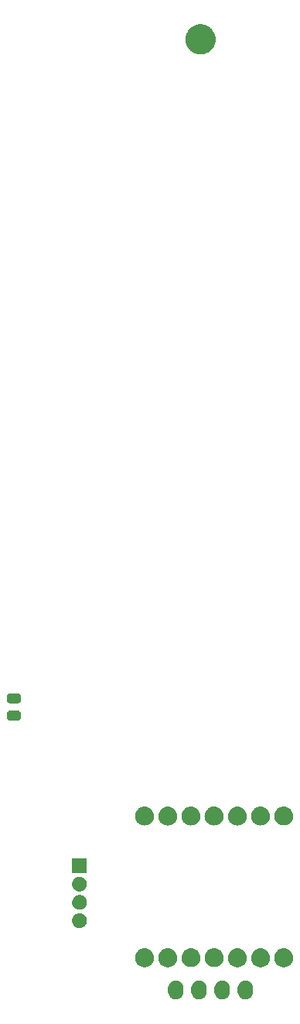
<source format=gbr>
G04 #@! TF.GenerationSoftware,KiCad,Pcbnew,8.0.5-8.0.5-0~ubuntu24.04.1*
G04 #@! TF.CreationDate,2024-09-20T13:42:17+09:00*
G04 #@! TF.ProjectId,gopher_xiao_grove,676f7068-6572-45f7-9869-616f5f67726f,rev?*
G04 #@! TF.SameCoordinates,Original*
G04 #@! TF.FileFunction,Soldermask,Bot*
G04 #@! TF.FilePolarity,Negative*
%FSLAX46Y46*%
G04 Gerber Fmt 4.6, Leading zero omitted, Abs format (unit mm)*
G04 Created by KiCad (PCBNEW 8.0.5-8.0.5-0~ubuntu24.04.1) date 2024-09-20 13:42:17*
%MOMM*%
%LPD*%
G01*
G04 APERTURE LIST*
G04 APERTURE END LIST*
G36*
X115194232Y-161981944D02*
G01*
X115348359Y-162045785D01*
X115487069Y-162138468D01*
X115605032Y-162256431D01*
X115697715Y-162395141D01*
X115761556Y-162549268D01*
X115794102Y-162712887D01*
X115798200Y-162796300D01*
X115798200Y-163196300D01*
X115794102Y-163279713D01*
X115761556Y-163443332D01*
X115697715Y-163597459D01*
X115605032Y-163736169D01*
X115487069Y-163854132D01*
X115348359Y-163946815D01*
X115194232Y-164010656D01*
X115030613Y-164043202D01*
X114863787Y-164043202D01*
X114700168Y-164010656D01*
X114546041Y-163946815D01*
X114407331Y-163854132D01*
X114289368Y-163736169D01*
X114196685Y-163597459D01*
X114132844Y-163443332D01*
X114100298Y-163279713D01*
X114096200Y-163196300D01*
X114096200Y-162796300D01*
X114100298Y-162712887D01*
X114132844Y-162549268D01*
X114196685Y-162395141D01*
X114289368Y-162256431D01*
X114407331Y-162138468D01*
X114546041Y-162045785D01*
X114700168Y-161981944D01*
X114863787Y-161949398D01*
X115030613Y-161949398D01*
X115194232Y-161981944D01*
G37*
G36*
X117734232Y-161981944D02*
G01*
X117888359Y-162045785D01*
X118027069Y-162138468D01*
X118145032Y-162256431D01*
X118237715Y-162395141D01*
X118301556Y-162549268D01*
X118334102Y-162712887D01*
X118338200Y-162796300D01*
X118338200Y-163196300D01*
X118334102Y-163279713D01*
X118301556Y-163443332D01*
X118237715Y-163597459D01*
X118145032Y-163736169D01*
X118027069Y-163854132D01*
X117888359Y-163946815D01*
X117734232Y-164010656D01*
X117570613Y-164043202D01*
X117403787Y-164043202D01*
X117240168Y-164010656D01*
X117086041Y-163946815D01*
X116947331Y-163854132D01*
X116829368Y-163736169D01*
X116736685Y-163597459D01*
X116672844Y-163443332D01*
X116640298Y-163279713D01*
X116636200Y-163196300D01*
X116636200Y-162796300D01*
X116640298Y-162712887D01*
X116672844Y-162549268D01*
X116736685Y-162395141D01*
X116829368Y-162256431D01*
X116947331Y-162138468D01*
X117086041Y-162045785D01*
X117240168Y-161981944D01*
X117403787Y-161949398D01*
X117570613Y-161949398D01*
X117734232Y-161981944D01*
G37*
G36*
X120274232Y-161981944D02*
G01*
X120428359Y-162045785D01*
X120567069Y-162138468D01*
X120685032Y-162256431D01*
X120777715Y-162395141D01*
X120841556Y-162549268D01*
X120874102Y-162712887D01*
X120878200Y-162796300D01*
X120878200Y-163196300D01*
X120874102Y-163279713D01*
X120841556Y-163443332D01*
X120777715Y-163597459D01*
X120685032Y-163736169D01*
X120567069Y-163854132D01*
X120428359Y-163946815D01*
X120274232Y-164010656D01*
X120110613Y-164043202D01*
X119943787Y-164043202D01*
X119780168Y-164010656D01*
X119626041Y-163946815D01*
X119487331Y-163854132D01*
X119369368Y-163736169D01*
X119276685Y-163597459D01*
X119212844Y-163443332D01*
X119180298Y-163279713D01*
X119176200Y-163196300D01*
X119176200Y-162796300D01*
X119180298Y-162712887D01*
X119212844Y-162549268D01*
X119276685Y-162395141D01*
X119369368Y-162256431D01*
X119487331Y-162138468D01*
X119626041Y-162045785D01*
X119780168Y-161981944D01*
X119943787Y-161949398D01*
X120110613Y-161949398D01*
X120274232Y-161981944D01*
G37*
G36*
X122814232Y-161981944D02*
G01*
X122968359Y-162045785D01*
X123107069Y-162138468D01*
X123225032Y-162256431D01*
X123317715Y-162395141D01*
X123381556Y-162549268D01*
X123414102Y-162712887D01*
X123418200Y-162796300D01*
X123418200Y-163196300D01*
X123414102Y-163279713D01*
X123381556Y-163443332D01*
X123317715Y-163597459D01*
X123225032Y-163736169D01*
X123107069Y-163854132D01*
X122968359Y-163946815D01*
X122814232Y-164010656D01*
X122650613Y-164043202D01*
X122483787Y-164043202D01*
X122320168Y-164010656D01*
X122166041Y-163946815D01*
X122027331Y-163854132D01*
X121909368Y-163736169D01*
X121816685Y-163597459D01*
X121752844Y-163443332D01*
X121720298Y-163279713D01*
X121716200Y-163196300D01*
X121716200Y-162796300D01*
X121720298Y-162712887D01*
X121752844Y-162549268D01*
X121816685Y-162395141D01*
X121909368Y-162256431D01*
X122027331Y-162138468D01*
X122166041Y-162045785D01*
X122320168Y-161981944D01*
X122483787Y-161949398D01*
X122650613Y-161949398D01*
X122814232Y-161981944D01*
G37*
G36*
X111569023Y-158419676D02*
G01*
X111614537Y-158419676D01*
X111665223Y-158429150D01*
X111721667Y-158434710D01*
X111764546Y-158447717D01*
X111803350Y-158454971D01*
X111857097Y-158475792D01*
X111917027Y-158493972D01*
X111951264Y-158512272D01*
X111982451Y-158524354D01*
X112036640Y-158557907D01*
X112097071Y-158590208D01*
X112122462Y-158611046D01*
X112145759Y-158625471D01*
X112197376Y-158672526D01*
X112254881Y-158719719D01*
X112271921Y-158740482D01*
X112287709Y-158754875D01*
X112333542Y-158815568D01*
X112384392Y-158877529D01*
X112394225Y-158895926D01*
X112403461Y-158908156D01*
X112440200Y-158981939D01*
X112480628Y-159057573D01*
X112484940Y-159071787D01*
X112489077Y-159080096D01*
X112513517Y-159165994D01*
X112539890Y-159252933D01*
X112540756Y-159261728D01*
X112541641Y-159264838D01*
X112550840Y-159364113D01*
X112559900Y-159456100D01*
X112550839Y-159548094D01*
X112541641Y-159647361D01*
X112540756Y-159650469D01*
X112539890Y-159659267D01*
X112513512Y-159746220D01*
X112489077Y-159832103D01*
X112484940Y-159840409D01*
X112480628Y-159854627D01*
X112440193Y-159930274D01*
X112403461Y-160004043D01*
X112394227Y-160016270D01*
X112384392Y-160034671D01*
X112333532Y-160096643D01*
X112287709Y-160157324D01*
X112271924Y-160171713D01*
X112254881Y-160192481D01*
X112197365Y-160239682D01*
X112145759Y-160286728D01*
X112122467Y-160301149D01*
X112097071Y-160321992D01*
X112036628Y-160354299D01*
X111982451Y-160387845D01*
X111951271Y-160399923D01*
X111917027Y-160418228D01*
X111857085Y-160436411D01*
X111803350Y-160457228D01*
X111764553Y-160464480D01*
X111721667Y-160477490D01*
X111665220Y-160483049D01*
X111614537Y-160492524D01*
X111569023Y-160492524D01*
X111518500Y-160497500D01*
X111467977Y-160492524D01*
X111422463Y-160492524D01*
X111371779Y-160483049D01*
X111315333Y-160477490D01*
X111272447Y-160464480D01*
X111233649Y-160457228D01*
X111179910Y-160436409D01*
X111119973Y-160418228D01*
X111085730Y-160399925D01*
X111054548Y-160387845D01*
X111000363Y-160354295D01*
X110939929Y-160321992D01*
X110914535Y-160301151D01*
X110891240Y-160286728D01*
X110839624Y-160239674D01*
X110782119Y-160192481D01*
X110765078Y-160171717D01*
X110749290Y-160157324D01*
X110703454Y-160096628D01*
X110652608Y-160034671D01*
X110642774Y-160016274D01*
X110633538Y-160004043D01*
X110596791Y-159930247D01*
X110556372Y-159854627D01*
X110552060Y-159840414D01*
X110547922Y-159832103D01*
X110523471Y-159746167D01*
X110497110Y-159659267D01*
X110496244Y-159650475D01*
X110495358Y-159647361D01*
X110486143Y-159547922D01*
X110477100Y-159456100D01*
X110486142Y-159364285D01*
X110495358Y-159264838D01*
X110496244Y-159261723D01*
X110497110Y-159252933D01*
X110523466Y-159166047D01*
X110547922Y-159080096D01*
X110552061Y-159071782D01*
X110556372Y-159057573D01*
X110596784Y-158981966D01*
X110633538Y-158908156D01*
X110642776Y-158895921D01*
X110652608Y-158877529D01*
X110703445Y-158815583D01*
X110749290Y-158754875D01*
X110765081Y-158740478D01*
X110782119Y-158719719D01*
X110839613Y-158672534D01*
X110891240Y-158625471D01*
X110914540Y-158611043D01*
X110939929Y-158590208D01*
X111000351Y-158557911D01*
X111054548Y-158524354D01*
X111085737Y-158512271D01*
X111119973Y-158493972D01*
X111179898Y-158475793D01*
X111233649Y-158454971D01*
X111272454Y-158447717D01*
X111315333Y-158434710D01*
X111371776Y-158429150D01*
X111422463Y-158419676D01*
X111467977Y-158419676D01*
X111518500Y-158414700D01*
X111569023Y-158419676D01*
G37*
G36*
X114109023Y-158419676D02*
G01*
X114154537Y-158419676D01*
X114205223Y-158429150D01*
X114261667Y-158434710D01*
X114304546Y-158447717D01*
X114343350Y-158454971D01*
X114397097Y-158475792D01*
X114457027Y-158493972D01*
X114491264Y-158512272D01*
X114522451Y-158524354D01*
X114576640Y-158557907D01*
X114637071Y-158590208D01*
X114662462Y-158611046D01*
X114685759Y-158625471D01*
X114737376Y-158672526D01*
X114794881Y-158719719D01*
X114811921Y-158740482D01*
X114827709Y-158754875D01*
X114873542Y-158815568D01*
X114924392Y-158877529D01*
X114934225Y-158895926D01*
X114943461Y-158908156D01*
X114980200Y-158981939D01*
X115020628Y-159057573D01*
X115024940Y-159071787D01*
X115029077Y-159080096D01*
X115053517Y-159165994D01*
X115079890Y-159252933D01*
X115080756Y-159261728D01*
X115081641Y-159264838D01*
X115090840Y-159364113D01*
X115099900Y-159456100D01*
X115090839Y-159548094D01*
X115081641Y-159647361D01*
X115080756Y-159650469D01*
X115079890Y-159659267D01*
X115053512Y-159746220D01*
X115029077Y-159832103D01*
X115024940Y-159840409D01*
X115020628Y-159854627D01*
X114980193Y-159930274D01*
X114943461Y-160004043D01*
X114934227Y-160016270D01*
X114924392Y-160034671D01*
X114873532Y-160096643D01*
X114827709Y-160157324D01*
X114811924Y-160171713D01*
X114794881Y-160192481D01*
X114737365Y-160239682D01*
X114685759Y-160286728D01*
X114662467Y-160301149D01*
X114637071Y-160321992D01*
X114576628Y-160354299D01*
X114522451Y-160387845D01*
X114491271Y-160399923D01*
X114457027Y-160418228D01*
X114397085Y-160436411D01*
X114343350Y-160457228D01*
X114304553Y-160464480D01*
X114261667Y-160477490D01*
X114205220Y-160483049D01*
X114154537Y-160492524D01*
X114109023Y-160492524D01*
X114058500Y-160497500D01*
X114007977Y-160492524D01*
X113962463Y-160492524D01*
X113911779Y-160483049D01*
X113855333Y-160477490D01*
X113812447Y-160464480D01*
X113773649Y-160457228D01*
X113719910Y-160436409D01*
X113659973Y-160418228D01*
X113625730Y-160399925D01*
X113594548Y-160387845D01*
X113540363Y-160354295D01*
X113479929Y-160321992D01*
X113454535Y-160301151D01*
X113431240Y-160286728D01*
X113379624Y-160239674D01*
X113322119Y-160192481D01*
X113305078Y-160171717D01*
X113289290Y-160157324D01*
X113243454Y-160096628D01*
X113192608Y-160034671D01*
X113182774Y-160016274D01*
X113173538Y-160004043D01*
X113136791Y-159930247D01*
X113096372Y-159854627D01*
X113092060Y-159840414D01*
X113087922Y-159832103D01*
X113063471Y-159746167D01*
X113037110Y-159659267D01*
X113036244Y-159650475D01*
X113035358Y-159647361D01*
X113026143Y-159547922D01*
X113017100Y-159456100D01*
X113026142Y-159364285D01*
X113035358Y-159264838D01*
X113036244Y-159261723D01*
X113037110Y-159252933D01*
X113063466Y-159166047D01*
X113087922Y-159080096D01*
X113092061Y-159071782D01*
X113096372Y-159057573D01*
X113136784Y-158981966D01*
X113173538Y-158908156D01*
X113182776Y-158895921D01*
X113192608Y-158877529D01*
X113243445Y-158815583D01*
X113289290Y-158754875D01*
X113305081Y-158740478D01*
X113322119Y-158719719D01*
X113379613Y-158672534D01*
X113431240Y-158625471D01*
X113454540Y-158611043D01*
X113479929Y-158590208D01*
X113540351Y-158557911D01*
X113594548Y-158524354D01*
X113625737Y-158512271D01*
X113659973Y-158493972D01*
X113719898Y-158475793D01*
X113773649Y-158454971D01*
X113812454Y-158447717D01*
X113855333Y-158434710D01*
X113911776Y-158429150D01*
X113962463Y-158419676D01*
X114007977Y-158419676D01*
X114058500Y-158414700D01*
X114109023Y-158419676D01*
G37*
G36*
X121739023Y-158419676D02*
G01*
X121784537Y-158419676D01*
X121835223Y-158429150D01*
X121891667Y-158434710D01*
X121934546Y-158447717D01*
X121973350Y-158454971D01*
X122027097Y-158475792D01*
X122087027Y-158493972D01*
X122121264Y-158512272D01*
X122152451Y-158524354D01*
X122206640Y-158557907D01*
X122267071Y-158590208D01*
X122292462Y-158611046D01*
X122315759Y-158625471D01*
X122367376Y-158672526D01*
X122424881Y-158719719D01*
X122441921Y-158740482D01*
X122457709Y-158754875D01*
X122503542Y-158815568D01*
X122554392Y-158877529D01*
X122564225Y-158895926D01*
X122573461Y-158908156D01*
X122610200Y-158981939D01*
X122650628Y-159057573D01*
X122654940Y-159071787D01*
X122659077Y-159080096D01*
X122683517Y-159165994D01*
X122709890Y-159252933D01*
X122710756Y-159261728D01*
X122711641Y-159264838D01*
X122720840Y-159364113D01*
X122729900Y-159456100D01*
X122720839Y-159548094D01*
X122711641Y-159647361D01*
X122710756Y-159650469D01*
X122709890Y-159659267D01*
X122683512Y-159746220D01*
X122659077Y-159832103D01*
X122654940Y-159840409D01*
X122650628Y-159854627D01*
X122610193Y-159930274D01*
X122573461Y-160004043D01*
X122564227Y-160016270D01*
X122554392Y-160034671D01*
X122503532Y-160096643D01*
X122457709Y-160157324D01*
X122441924Y-160171713D01*
X122424881Y-160192481D01*
X122367365Y-160239682D01*
X122315759Y-160286728D01*
X122292467Y-160301149D01*
X122267071Y-160321992D01*
X122206628Y-160354299D01*
X122152451Y-160387845D01*
X122121271Y-160399923D01*
X122087027Y-160418228D01*
X122027085Y-160436411D01*
X121973350Y-160457228D01*
X121934553Y-160464480D01*
X121891667Y-160477490D01*
X121835220Y-160483049D01*
X121784537Y-160492524D01*
X121739023Y-160492524D01*
X121688500Y-160497500D01*
X121637977Y-160492524D01*
X121592463Y-160492524D01*
X121541779Y-160483049D01*
X121485333Y-160477490D01*
X121442447Y-160464480D01*
X121403649Y-160457228D01*
X121349910Y-160436409D01*
X121289973Y-160418228D01*
X121255730Y-160399925D01*
X121224548Y-160387845D01*
X121170363Y-160354295D01*
X121109929Y-160321992D01*
X121084535Y-160301151D01*
X121061240Y-160286728D01*
X121009624Y-160239674D01*
X120952119Y-160192481D01*
X120935078Y-160171717D01*
X120919290Y-160157324D01*
X120873454Y-160096628D01*
X120822608Y-160034671D01*
X120812774Y-160016274D01*
X120803538Y-160004043D01*
X120766791Y-159930247D01*
X120726372Y-159854627D01*
X120722060Y-159840414D01*
X120717922Y-159832103D01*
X120693471Y-159746167D01*
X120667110Y-159659267D01*
X120666244Y-159650475D01*
X120665358Y-159647361D01*
X120656143Y-159547922D01*
X120647100Y-159456100D01*
X120656142Y-159364285D01*
X120665358Y-159264838D01*
X120666244Y-159261723D01*
X120667110Y-159252933D01*
X120693466Y-159166047D01*
X120717922Y-159080096D01*
X120722061Y-159071782D01*
X120726372Y-159057573D01*
X120766784Y-158981966D01*
X120803538Y-158908156D01*
X120812776Y-158895921D01*
X120822608Y-158877529D01*
X120873445Y-158815583D01*
X120919290Y-158754875D01*
X120935081Y-158740478D01*
X120952119Y-158719719D01*
X121009613Y-158672534D01*
X121061240Y-158625471D01*
X121084540Y-158611043D01*
X121109929Y-158590208D01*
X121170351Y-158557911D01*
X121224548Y-158524354D01*
X121255737Y-158512271D01*
X121289973Y-158493972D01*
X121349898Y-158475793D01*
X121403649Y-158454971D01*
X121442454Y-158447717D01*
X121485333Y-158434710D01*
X121541776Y-158429150D01*
X121592463Y-158419676D01*
X121637977Y-158419676D01*
X121688500Y-158414700D01*
X121739023Y-158419676D01*
G37*
G36*
X124279023Y-158419676D02*
G01*
X124324537Y-158419676D01*
X124375223Y-158429150D01*
X124431667Y-158434710D01*
X124474546Y-158447717D01*
X124513350Y-158454971D01*
X124567097Y-158475792D01*
X124627027Y-158493972D01*
X124661264Y-158512272D01*
X124692451Y-158524354D01*
X124746640Y-158557907D01*
X124807071Y-158590208D01*
X124832462Y-158611046D01*
X124855759Y-158625471D01*
X124907376Y-158672526D01*
X124964881Y-158719719D01*
X124981921Y-158740482D01*
X124997709Y-158754875D01*
X125043542Y-158815568D01*
X125094392Y-158877529D01*
X125104225Y-158895926D01*
X125113461Y-158908156D01*
X125150200Y-158981939D01*
X125190628Y-159057573D01*
X125194940Y-159071787D01*
X125199077Y-159080096D01*
X125223517Y-159165994D01*
X125249890Y-159252933D01*
X125250756Y-159261728D01*
X125251641Y-159264838D01*
X125260840Y-159364113D01*
X125269900Y-159456100D01*
X125260839Y-159548094D01*
X125251641Y-159647361D01*
X125250756Y-159650469D01*
X125249890Y-159659267D01*
X125223512Y-159746220D01*
X125199077Y-159832103D01*
X125194940Y-159840409D01*
X125190628Y-159854627D01*
X125150193Y-159930274D01*
X125113461Y-160004043D01*
X125104227Y-160016270D01*
X125094392Y-160034671D01*
X125043532Y-160096643D01*
X124997709Y-160157324D01*
X124981924Y-160171713D01*
X124964881Y-160192481D01*
X124907365Y-160239682D01*
X124855759Y-160286728D01*
X124832467Y-160301149D01*
X124807071Y-160321992D01*
X124746628Y-160354299D01*
X124692451Y-160387845D01*
X124661271Y-160399923D01*
X124627027Y-160418228D01*
X124567085Y-160436411D01*
X124513350Y-160457228D01*
X124474553Y-160464480D01*
X124431667Y-160477490D01*
X124375220Y-160483049D01*
X124324537Y-160492524D01*
X124279023Y-160492524D01*
X124228500Y-160497500D01*
X124177977Y-160492524D01*
X124132463Y-160492524D01*
X124081779Y-160483049D01*
X124025333Y-160477490D01*
X123982447Y-160464480D01*
X123943649Y-160457228D01*
X123889910Y-160436409D01*
X123829973Y-160418228D01*
X123795730Y-160399925D01*
X123764548Y-160387845D01*
X123710363Y-160354295D01*
X123649929Y-160321992D01*
X123624535Y-160301151D01*
X123601240Y-160286728D01*
X123549624Y-160239674D01*
X123492119Y-160192481D01*
X123475078Y-160171717D01*
X123459290Y-160157324D01*
X123413454Y-160096628D01*
X123362608Y-160034671D01*
X123352774Y-160016274D01*
X123343538Y-160004043D01*
X123306791Y-159930247D01*
X123266372Y-159854627D01*
X123262060Y-159840414D01*
X123257922Y-159832103D01*
X123233471Y-159746167D01*
X123207110Y-159659267D01*
X123206244Y-159650475D01*
X123205358Y-159647361D01*
X123196143Y-159547922D01*
X123187100Y-159456100D01*
X123196142Y-159364285D01*
X123205358Y-159264838D01*
X123206244Y-159261723D01*
X123207110Y-159252933D01*
X123233466Y-159166047D01*
X123257922Y-159080096D01*
X123262061Y-159071782D01*
X123266372Y-159057573D01*
X123306784Y-158981966D01*
X123343538Y-158908156D01*
X123352776Y-158895921D01*
X123362608Y-158877529D01*
X123413445Y-158815583D01*
X123459290Y-158754875D01*
X123475081Y-158740478D01*
X123492119Y-158719719D01*
X123549613Y-158672534D01*
X123601240Y-158625471D01*
X123624540Y-158611043D01*
X123649929Y-158590208D01*
X123710351Y-158557911D01*
X123764548Y-158524354D01*
X123795737Y-158512271D01*
X123829973Y-158493972D01*
X123889898Y-158475793D01*
X123943649Y-158454971D01*
X123982454Y-158447717D01*
X124025333Y-158434710D01*
X124081776Y-158429150D01*
X124132463Y-158419676D01*
X124177977Y-158419676D01*
X124228500Y-158414700D01*
X124279023Y-158419676D01*
G37*
G36*
X126809023Y-158419676D02*
G01*
X126854537Y-158419676D01*
X126905223Y-158429150D01*
X126961667Y-158434710D01*
X127004546Y-158447717D01*
X127043350Y-158454971D01*
X127097097Y-158475792D01*
X127157027Y-158493972D01*
X127191264Y-158512272D01*
X127222451Y-158524354D01*
X127276640Y-158557907D01*
X127337071Y-158590208D01*
X127362462Y-158611046D01*
X127385759Y-158625471D01*
X127437376Y-158672526D01*
X127494881Y-158719719D01*
X127511921Y-158740482D01*
X127527709Y-158754875D01*
X127573542Y-158815568D01*
X127624392Y-158877529D01*
X127634225Y-158895926D01*
X127643461Y-158908156D01*
X127680200Y-158981939D01*
X127720628Y-159057573D01*
X127724940Y-159071787D01*
X127729077Y-159080096D01*
X127753517Y-159165994D01*
X127779890Y-159252933D01*
X127780756Y-159261728D01*
X127781641Y-159264838D01*
X127790840Y-159364113D01*
X127799900Y-159456100D01*
X127790839Y-159548094D01*
X127781641Y-159647361D01*
X127780756Y-159650469D01*
X127779890Y-159659267D01*
X127753512Y-159746220D01*
X127729077Y-159832103D01*
X127724940Y-159840409D01*
X127720628Y-159854627D01*
X127680193Y-159930274D01*
X127643461Y-160004043D01*
X127634227Y-160016270D01*
X127624392Y-160034671D01*
X127573532Y-160096643D01*
X127527709Y-160157324D01*
X127511924Y-160171713D01*
X127494881Y-160192481D01*
X127437365Y-160239682D01*
X127385759Y-160286728D01*
X127362467Y-160301149D01*
X127337071Y-160321992D01*
X127276628Y-160354299D01*
X127222451Y-160387845D01*
X127191271Y-160399923D01*
X127157027Y-160418228D01*
X127097085Y-160436411D01*
X127043350Y-160457228D01*
X127004553Y-160464480D01*
X126961667Y-160477490D01*
X126905220Y-160483049D01*
X126854537Y-160492524D01*
X126809023Y-160492524D01*
X126758500Y-160497500D01*
X126707977Y-160492524D01*
X126662463Y-160492524D01*
X126611779Y-160483049D01*
X126555333Y-160477490D01*
X126512447Y-160464480D01*
X126473649Y-160457228D01*
X126419910Y-160436409D01*
X126359973Y-160418228D01*
X126325730Y-160399925D01*
X126294548Y-160387845D01*
X126240363Y-160354295D01*
X126179929Y-160321992D01*
X126154535Y-160301151D01*
X126131240Y-160286728D01*
X126079624Y-160239674D01*
X126022119Y-160192481D01*
X126005078Y-160171717D01*
X125989290Y-160157324D01*
X125943454Y-160096628D01*
X125892608Y-160034671D01*
X125882774Y-160016274D01*
X125873538Y-160004043D01*
X125836791Y-159930247D01*
X125796372Y-159854627D01*
X125792060Y-159840414D01*
X125787922Y-159832103D01*
X125763471Y-159746167D01*
X125737110Y-159659267D01*
X125736244Y-159650475D01*
X125735358Y-159647361D01*
X125726143Y-159547922D01*
X125717100Y-159456100D01*
X125726142Y-159364285D01*
X125735358Y-159264838D01*
X125736244Y-159261723D01*
X125737110Y-159252933D01*
X125763466Y-159166047D01*
X125787922Y-159080096D01*
X125792061Y-159071782D01*
X125796372Y-159057573D01*
X125836784Y-158981966D01*
X125873538Y-158908156D01*
X125882776Y-158895921D01*
X125892608Y-158877529D01*
X125943445Y-158815583D01*
X125989290Y-158754875D01*
X126005081Y-158740478D01*
X126022119Y-158719719D01*
X126079613Y-158672534D01*
X126131240Y-158625471D01*
X126154540Y-158611043D01*
X126179929Y-158590208D01*
X126240351Y-158557911D01*
X126294548Y-158524354D01*
X126325737Y-158512271D01*
X126359973Y-158493972D01*
X126419898Y-158475793D01*
X126473649Y-158454971D01*
X126512454Y-158447717D01*
X126555333Y-158434710D01*
X126611776Y-158429150D01*
X126662463Y-158419676D01*
X126707977Y-158419676D01*
X126758500Y-158414700D01*
X126809023Y-158419676D01*
G37*
G36*
X116659023Y-158409676D02*
G01*
X116704537Y-158409676D01*
X116755223Y-158419150D01*
X116811667Y-158424710D01*
X116854546Y-158437717D01*
X116893350Y-158444971D01*
X116947097Y-158465792D01*
X117007027Y-158483972D01*
X117041264Y-158502272D01*
X117072451Y-158514354D01*
X117126640Y-158547907D01*
X117187071Y-158580208D01*
X117212462Y-158601046D01*
X117235759Y-158615471D01*
X117287376Y-158662526D01*
X117344881Y-158709719D01*
X117361921Y-158730482D01*
X117377709Y-158744875D01*
X117423542Y-158805568D01*
X117474392Y-158867529D01*
X117484225Y-158885926D01*
X117493461Y-158898156D01*
X117530200Y-158971939D01*
X117570628Y-159047573D01*
X117574940Y-159061787D01*
X117579077Y-159070096D01*
X117603517Y-159155994D01*
X117629890Y-159242933D01*
X117630756Y-159251728D01*
X117631641Y-159254838D01*
X117640840Y-159354113D01*
X117649900Y-159446100D01*
X117640839Y-159538094D01*
X117631641Y-159637361D01*
X117630756Y-159640469D01*
X117629890Y-159649267D01*
X117603512Y-159736220D01*
X117579077Y-159822103D01*
X117574940Y-159830409D01*
X117570628Y-159844627D01*
X117530193Y-159920274D01*
X117493461Y-159994043D01*
X117484227Y-160006270D01*
X117474392Y-160024671D01*
X117423532Y-160086643D01*
X117377709Y-160147324D01*
X117361924Y-160161713D01*
X117344881Y-160182481D01*
X117287365Y-160229682D01*
X117235759Y-160276728D01*
X117212467Y-160291149D01*
X117187071Y-160311992D01*
X117126628Y-160344299D01*
X117072451Y-160377845D01*
X117041271Y-160389923D01*
X117007027Y-160408228D01*
X116947085Y-160426411D01*
X116893350Y-160447228D01*
X116854553Y-160454480D01*
X116811667Y-160467490D01*
X116755220Y-160473049D01*
X116704537Y-160482524D01*
X116659023Y-160482524D01*
X116608500Y-160487500D01*
X116557977Y-160482524D01*
X116512463Y-160482524D01*
X116461779Y-160473049D01*
X116405333Y-160467490D01*
X116362447Y-160454480D01*
X116323649Y-160447228D01*
X116269910Y-160426409D01*
X116209973Y-160408228D01*
X116175730Y-160389925D01*
X116144548Y-160377845D01*
X116090363Y-160344295D01*
X116029929Y-160311992D01*
X116004535Y-160291151D01*
X115981240Y-160276728D01*
X115929624Y-160229674D01*
X115872119Y-160182481D01*
X115855078Y-160161717D01*
X115839290Y-160147324D01*
X115793454Y-160086628D01*
X115742608Y-160024671D01*
X115732774Y-160006274D01*
X115723538Y-159994043D01*
X115686791Y-159920247D01*
X115646372Y-159844627D01*
X115642060Y-159830414D01*
X115637922Y-159822103D01*
X115613471Y-159736167D01*
X115587110Y-159649267D01*
X115586244Y-159640475D01*
X115585358Y-159637361D01*
X115576143Y-159537922D01*
X115567100Y-159446100D01*
X115576142Y-159354285D01*
X115585358Y-159254838D01*
X115586244Y-159251723D01*
X115587110Y-159242933D01*
X115613466Y-159156047D01*
X115637922Y-159070096D01*
X115642061Y-159061782D01*
X115646372Y-159047573D01*
X115686784Y-158971966D01*
X115723538Y-158898156D01*
X115732776Y-158885921D01*
X115742608Y-158867529D01*
X115793445Y-158805583D01*
X115839290Y-158744875D01*
X115855081Y-158730478D01*
X115872119Y-158709719D01*
X115929613Y-158662534D01*
X115981240Y-158615471D01*
X116004540Y-158601043D01*
X116029929Y-158580208D01*
X116090351Y-158547911D01*
X116144548Y-158514354D01*
X116175737Y-158502271D01*
X116209973Y-158483972D01*
X116269898Y-158465793D01*
X116323649Y-158444971D01*
X116362454Y-158437717D01*
X116405333Y-158424710D01*
X116461776Y-158419150D01*
X116512463Y-158409676D01*
X116557977Y-158409676D01*
X116608500Y-158404700D01*
X116659023Y-158409676D01*
G37*
G36*
X119189023Y-158409676D02*
G01*
X119234537Y-158409676D01*
X119285223Y-158419150D01*
X119341667Y-158424710D01*
X119384546Y-158437717D01*
X119423350Y-158444971D01*
X119477097Y-158465792D01*
X119537027Y-158483972D01*
X119571264Y-158502272D01*
X119602451Y-158514354D01*
X119656640Y-158547907D01*
X119717071Y-158580208D01*
X119742462Y-158601046D01*
X119765759Y-158615471D01*
X119817376Y-158662526D01*
X119874881Y-158709719D01*
X119891921Y-158730482D01*
X119907709Y-158744875D01*
X119953542Y-158805568D01*
X120004392Y-158867529D01*
X120014225Y-158885926D01*
X120023461Y-158898156D01*
X120060200Y-158971939D01*
X120100628Y-159047573D01*
X120104940Y-159061787D01*
X120109077Y-159070096D01*
X120133517Y-159155994D01*
X120159890Y-159242933D01*
X120160756Y-159251728D01*
X120161641Y-159254838D01*
X120170840Y-159354113D01*
X120179900Y-159446100D01*
X120170839Y-159538094D01*
X120161641Y-159637361D01*
X120160756Y-159640469D01*
X120159890Y-159649267D01*
X120133512Y-159736220D01*
X120109077Y-159822103D01*
X120104940Y-159830409D01*
X120100628Y-159844627D01*
X120060193Y-159920274D01*
X120023461Y-159994043D01*
X120014227Y-160006270D01*
X120004392Y-160024671D01*
X119953532Y-160086643D01*
X119907709Y-160147324D01*
X119891924Y-160161713D01*
X119874881Y-160182481D01*
X119817365Y-160229682D01*
X119765759Y-160276728D01*
X119742467Y-160291149D01*
X119717071Y-160311992D01*
X119656628Y-160344299D01*
X119602451Y-160377845D01*
X119571271Y-160389923D01*
X119537027Y-160408228D01*
X119477085Y-160426411D01*
X119423350Y-160447228D01*
X119384553Y-160454480D01*
X119341667Y-160467490D01*
X119285220Y-160473049D01*
X119234537Y-160482524D01*
X119189023Y-160482524D01*
X119138500Y-160487500D01*
X119087977Y-160482524D01*
X119042463Y-160482524D01*
X118991779Y-160473049D01*
X118935333Y-160467490D01*
X118892447Y-160454480D01*
X118853649Y-160447228D01*
X118799910Y-160426409D01*
X118739973Y-160408228D01*
X118705730Y-160389925D01*
X118674548Y-160377845D01*
X118620363Y-160344295D01*
X118559929Y-160311992D01*
X118534535Y-160291151D01*
X118511240Y-160276728D01*
X118459624Y-160229674D01*
X118402119Y-160182481D01*
X118385078Y-160161717D01*
X118369290Y-160147324D01*
X118323454Y-160086628D01*
X118272608Y-160024671D01*
X118262774Y-160006274D01*
X118253538Y-159994043D01*
X118216791Y-159920247D01*
X118176372Y-159844627D01*
X118172060Y-159830414D01*
X118167922Y-159822103D01*
X118143471Y-159736167D01*
X118117110Y-159649267D01*
X118116244Y-159640475D01*
X118115358Y-159637361D01*
X118106143Y-159537922D01*
X118097100Y-159446100D01*
X118106142Y-159354285D01*
X118115358Y-159254838D01*
X118116244Y-159251723D01*
X118117110Y-159242933D01*
X118143466Y-159156047D01*
X118167922Y-159070096D01*
X118172061Y-159061782D01*
X118176372Y-159047573D01*
X118216784Y-158971966D01*
X118253538Y-158898156D01*
X118262776Y-158885921D01*
X118272608Y-158867529D01*
X118323445Y-158805583D01*
X118369290Y-158744875D01*
X118385081Y-158730478D01*
X118402119Y-158709719D01*
X118459613Y-158662534D01*
X118511240Y-158615471D01*
X118534540Y-158601043D01*
X118559929Y-158580208D01*
X118620351Y-158547911D01*
X118674548Y-158514354D01*
X118705737Y-158502271D01*
X118739973Y-158483972D01*
X118799898Y-158465793D01*
X118853649Y-158444971D01*
X118892454Y-158437717D01*
X118935333Y-158424710D01*
X118991776Y-158419150D01*
X119042463Y-158409676D01*
X119087977Y-158409676D01*
X119138500Y-158404700D01*
X119189023Y-158409676D01*
G37*
G36*
X104445600Y-154592138D02*
G01*
X104484912Y-154592138D01*
X104529258Y-154601564D01*
X104580910Y-154607384D01*
X104618470Y-154620527D01*
X104651017Y-154627445D01*
X104697917Y-154648326D01*
X104752747Y-154667512D01*
X104781287Y-154685445D01*
X104806155Y-154696517D01*
X104852523Y-154730205D01*
X104906897Y-154764371D01*
X104926423Y-154783897D01*
X104943542Y-154796335D01*
X104985860Y-154843334D01*
X105035629Y-154893103D01*
X105047076Y-154911322D01*
X105057173Y-154922535D01*
X105091716Y-154982365D01*
X105132488Y-155047253D01*
X105137577Y-155061799D01*
X105142084Y-155069604D01*
X105165157Y-155140618D01*
X105192616Y-155219090D01*
X105193657Y-155228331D01*
X105194560Y-155231110D01*
X105202745Y-155308993D01*
X105213000Y-155400000D01*
X105202745Y-155491013D01*
X105194560Y-155568889D01*
X105193657Y-155571666D01*
X105192616Y-155580910D01*
X105165153Y-155659394D01*
X105142084Y-155730395D01*
X105137578Y-155738198D01*
X105132488Y-155752747D01*
X105091709Y-155817645D01*
X105057173Y-155877464D01*
X105047078Y-155888674D01*
X105035629Y-155906897D01*
X104985851Y-155956674D01*
X104943542Y-156003664D01*
X104926427Y-156016098D01*
X104906897Y-156035629D01*
X104852512Y-156069800D01*
X104806155Y-156103482D01*
X104781293Y-156114551D01*
X104752747Y-156132488D01*
X104697906Y-156151677D01*
X104651017Y-156172554D01*
X104618476Y-156179470D01*
X104580910Y-156192616D01*
X104529255Y-156198436D01*
X104484912Y-156207862D01*
X104445600Y-156207862D01*
X104400000Y-156213000D01*
X104354400Y-156207862D01*
X104315088Y-156207862D01*
X104270744Y-156198436D01*
X104219090Y-156192616D01*
X104181524Y-156179471D01*
X104148982Y-156172554D01*
X104102088Y-156151675D01*
X104047253Y-156132488D01*
X104018709Y-156114552D01*
X103993844Y-156103482D01*
X103947479Y-156069796D01*
X103893103Y-156035629D01*
X103873575Y-156016101D01*
X103856457Y-156003664D01*
X103814138Y-155956664D01*
X103764371Y-155906897D01*
X103752923Y-155888678D01*
X103742826Y-155877464D01*
X103708278Y-155817626D01*
X103667512Y-155752747D01*
X103662422Y-155738202D01*
X103657915Y-155730395D01*
X103634832Y-155659354D01*
X103607384Y-155580910D01*
X103606343Y-155571671D01*
X103605439Y-155568889D01*
X103597240Y-155490881D01*
X103587000Y-155400000D01*
X103597239Y-155309125D01*
X103605439Y-155231110D01*
X103606343Y-155228327D01*
X103607384Y-155219090D01*
X103634828Y-155140658D01*
X103657915Y-155069604D01*
X103662423Y-155061794D01*
X103667512Y-155047253D01*
X103708271Y-154982385D01*
X103742826Y-154922535D01*
X103752925Y-154911318D01*
X103764371Y-154893103D01*
X103814130Y-154843343D01*
X103856459Y-154796333D01*
X103873580Y-154783893D01*
X103893103Y-154764371D01*
X103947464Y-154730213D01*
X103993842Y-154696518D01*
X104018713Y-154685444D01*
X104047253Y-154667512D01*
X104102081Y-154648326D01*
X104148983Y-154627445D01*
X104181529Y-154620527D01*
X104219090Y-154607384D01*
X104270741Y-154601564D01*
X104315088Y-154592138D01*
X104354400Y-154592138D01*
X104400000Y-154587000D01*
X104445600Y-154592138D01*
G37*
G36*
X104445600Y-152592138D02*
G01*
X104484912Y-152592138D01*
X104529258Y-152601564D01*
X104580910Y-152607384D01*
X104618470Y-152620527D01*
X104651017Y-152627445D01*
X104697917Y-152648326D01*
X104752747Y-152667512D01*
X104781287Y-152685445D01*
X104806155Y-152696517D01*
X104852523Y-152730205D01*
X104906897Y-152764371D01*
X104926423Y-152783897D01*
X104943542Y-152796335D01*
X104985860Y-152843334D01*
X105035629Y-152893103D01*
X105047076Y-152911322D01*
X105057173Y-152922535D01*
X105091716Y-152982365D01*
X105132488Y-153047253D01*
X105137577Y-153061799D01*
X105142084Y-153069604D01*
X105165157Y-153140618D01*
X105192616Y-153219090D01*
X105193657Y-153228331D01*
X105194560Y-153231110D01*
X105202745Y-153308993D01*
X105213000Y-153400000D01*
X105202745Y-153491013D01*
X105194560Y-153568889D01*
X105193657Y-153571666D01*
X105192616Y-153580910D01*
X105165153Y-153659394D01*
X105142084Y-153730395D01*
X105137578Y-153738198D01*
X105132488Y-153752747D01*
X105091709Y-153817645D01*
X105057173Y-153877464D01*
X105047078Y-153888674D01*
X105035629Y-153906897D01*
X104985851Y-153956674D01*
X104943542Y-154003664D01*
X104926427Y-154016098D01*
X104906897Y-154035629D01*
X104852512Y-154069800D01*
X104806155Y-154103482D01*
X104781293Y-154114551D01*
X104752747Y-154132488D01*
X104697906Y-154151677D01*
X104651017Y-154172554D01*
X104618476Y-154179470D01*
X104580910Y-154192616D01*
X104529255Y-154198436D01*
X104484912Y-154207862D01*
X104445600Y-154207862D01*
X104400000Y-154213000D01*
X104354400Y-154207862D01*
X104315088Y-154207862D01*
X104270744Y-154198436D01*
X104219090Y-154192616D01*
X104181524Y-154179471D01*
X104148982Y-154172554D01*
X104102088Y-154151675D01*
X104047253Y-154132488D01*
X104018709Y-154114552D01*
X103993844Y-154103482D01*
X103947479Y-154069796D01*
X103893103Y-154035629D01*
X103873575Y-154016101D01*
X103856457Y-154003664D01*
X103814138Y-153956664D01*
X103764371Y-153906897D01*
X103752923Y-153888678D01*
X103742826Y-153877464D01*
X103708278Y-153817626D01*
X103667512Y-153752747D01*
X103662422Y-153738202D01*
X103657915Y-153730395D01*
X103634832Y-153659354D01*
X103607384Y-153580910D01*
X103606343Y-153571671D01*
X103605439Y-153568889D01*
X103597240Y-153490881D01*
X103587000Y-153400000D01*
X103597239Y-153309125D01*
X103605439Y-153231110D01*
X103606343Y-153228327D01*
X103607384Y-153219090D01*
X103634828Y-153140658D01*
X103657915Y-153069604D01*
X103662423Y-153061794D01*
X103667512Y-153047253D01*
X103708271Y-152982385D01*
X103742826Y-152922535D01*
X103752925Y-152911318D01*
X103764371Y-152893103D01*
X103814130Y-152843343D01*
X103856459Y-152796333D01*
X103873580Y-152783893D01*
X103893103Y-152764371D01*
X103947464Y-152730213D01*
X103993842Y-152696518D01*
X104018713Y-152685444D01*
X104047253Y-152667512D01*
X104102081Y-152648326D01*
X104148983Y-152627445D01*
X104181529Y-152620527D01*
X104219090Y-152607384D01*
X104270741Y-152601564D01*
X104315088Y-152592138D01*
X104354400Y-152592138D01*
X104400000Y-152587000D01*
X104445600Y-152592138D01*
G37*
G36*
X104445600Y-150592138D02*
G01*
X104484912Y-150592138D01*
X104529258Y-150601564D01*
X104580910Y-150607384D01*
X104618470Y-150620527D01*
X104651017Y-150627445D01*
X104697917Y-150648326D01*
X104752747Y-150667512D01*
X104781287Y-150685445D01*
X104806155Y-150696517D01*
X104852523Y-150730205D01*
X104906897Y-150764371D01*
X104926423Y-150783897D01*
X104943542Y-150796335D01*
X104985860Y-150843334D01*
X105035629Y-150893103D01*
X105047076Y-150911322D01*
X105057173Y-150922535D01*
X105091716Y-150982365D01*
X105132488Y-151047253D01*
X105137577Y-151061799D01*
X105142084Y-151069604D01*
X105165157Y-151140618D01*
X105192616Y-151219090D01*
X105193657Y-151228331D01*
X105194560Y-151231110D01*
X105202745Y-151308993D01*
X105213000Y-151400000D01*
X105202745Y-151491013D01*
X105194560Y-151568889D01*
X105193657Y-151571666D01*
X105192616Y-151580910D01*
X105165153Y-151659394D01*
X105142084Y-151730395D01*
X105137578Y-151738198D01*
X105132488Y-151752747D01*
X105091709Y-151817645D01*
X105057173Y-151877464D01*
X105047078Y-151888674D01*
X105035629Y-151906897D01*
X104985851Y-151956674D01*
X104943542Y-152003664D01*
X104926427Y-152016098D01*
X104906897Y-152035629D01*
X104852512Y-152069800D01*
X104806155Y-152103482D01*
X104781293Y-152114551D01*
X104752747Y-152132488D01*
X104697906Y-152151677D01*
X104651017Y-152172554D01*
X104618476Y-152179470D01*
X104580910Y-152192616D01*
X104529255Y-152198436D01*
X104484912Y-152207862D01*
X104445600Y-152207862D01*
X104400000Y-152213000D01*
X104354400Y-152207862D01*
X104315088Y-152207862D01*
X104270744Y-152198436D01*
X104219090Y-152192616D01*
X104181524Y-152179471D01*
X104148982Y-152172554D01*
X104102088Y-152151675D01*
X104047253Y-152132488D01*
X104018709Y-152114552D01*
X103993844Y-152103482D01*
X103947479Y-152069796D01*
X103893103Y-152035629D01*
X103873575Y-152016101D01*
X103856457Y-152003664D01*
X103814138Y-151956664D01*
X103764371Y-151906897D01*
X103752923Y-151888678D01*
X103742826Y-151877464D01*
X103708278Y-151817626D01*
X103667512Y-151752747D01*
X103662422Y-151738202D01*
X103657915Y-151730395D01*
X103634832Y-151659354D01*
X103607384Y-151580910D01*
X103606343Y-151571671D01*
X103605439Y-151568889D01*
X103597240Y-151490881D01*
X103587000Y-151400000D01*
X103597239Y-151309125D01*
X103605439Y-151231110D01*
X103606343Y-151228327D01*
X103607384Y-151219090D01*
X103634828Y-151140658D01*
X103657915Y-151069604D01*
X103662423Y-151061794D01*
X103667512Y-151047253D01*
X103708271Y-150982385D01*
X103742826Y-150922535D01*
X103752925Y-150911318D01*
X103764371Y-150893103D01*
X103814130Y-150843343D01*
X103856459Y-150796333D01*
X103873580Y-150783893D01*
X103893103Y-150764371D01*
X103947464Y-150730213D01*
X103993842Y-150696518D01*
X104018713Y-150685444D01*
X104047253Y-150667512D01*
X104102081Y-150648326D01*
X104148983Y-150627445D01*
X104181529Y-150620527D01*
X104219090Y-150607384D01*
X104270741Y-150601564D01*
X104315088Y-150592138D01*
X104354400Y-150592138D01*
X104400000Y-150587000D01*
X104445600Y-150592138D01*
G37*
G36*
X105181517Y-148590882D02*
G01*
X105198062Y-148601938D01*
X105209118Y-148618483D01*
X105213000Y-148638000D01*
X105213000Y-150162000D01*
X105209118Y-150181517D01*
X105198062Y-150198062D01*
X105181517Y-150209118D01*
X105162000Y-150213000D01*
X103638000Y-150213000D01*
X103618483Y-150209118D01*
X103601938Y-150198062D01*
X103590882Y-150181517D01*
X103587000Y-150162000D01*
X103587000Y-148638000D01*
X103590882Y-148618483D01*
X103601938Y-148601938D01*
X103618483Y-148590882D01*
X103638000Y-148587000D01*
X105162000Y-148587000D01*
X105181517Y-148590882D01*
G37*
G36*
X111569023Y-142919676D02*
G01*
X111614537Y-142919676D01*
X111665223Y-142929150D01*
X111721667Y-142934710D01*
X111764546Y-142947717D01*
X111803350Y-142954971D01*
X111857097Y-142975792D01*
X111917027Y-142993972D01*
X111951264Y-143012272D01*
X111982451Y-143024354D01*
X112036640Y-143057907D01*
X112097071Y-143090208D01*
X112122462Y-143111046D01*
X112145759Y-143125471D01*
X112197376Y-143172526D01*
X112254881Y-143219719D01*
X112271921Y-143240482D01*
X112287709Y-143254875D01*
X112333542Y-143315568D01*
X112384392Y-143377529D01*
X112394225Y-143395926D01*
X112403461Y-143408156D01*
X112440200Y-143481939D01*
X112480628Y-143557573D01*
X112484940Y-143571787D01*
X112489077Y-143580096D01*
X112513517Y-143665994D01*
X112539890Y-143752933D01*
X112540756Y-143761728D01*
X112541641Y-143764838D01*
X112550840Y-143864113D01*
X112559900Y-143956100D01*
X112550839Y-144048094D01*
X112541641Y-144147361D01*
X112540756Y-144150469D01*
X112539890Y-144159267D01*
X112513512Y-144246220D01*
X112489077Y-144332103D01*
X112484940Y-144340409D01*
X112480628Y-144354627D01*
X112440193Y-144430274D01*
X112403461Y-144504043D01*
X112394227Y-144516270D01*
X112384392Y-144534671D01*
X112333532Y-144596643D01*
X112287709Y-144657324D01*
X112271924Y-144671713D01*
X112254881Y-144692481D01*
X112197365Y-144739682D01*
X112145759Y-144786728D01*
X112122467Y-144801149D01*
X112097071Y-144821992D01*
X112036628Y-144854299D01*
X111982451Y-144887845D01*
X111951271Y-144899923D01*
X111917027Y-144918228D01*
X111857085Y-144936411D01*
X111803350Y-144957228D01*
X111764553Y-144964480D01*
X111721667Y-144977490D01*
X111665220Y-144983049D01*
X111614537Y-144992524D01*
X111569023Y-144992524D01*
X111518500Y-144997500D01*
X111467977Y-144992524D01*
X111422463Y-144992524D01*
X111371779Y-144983049D01*
X111315333Y-144977490D01*
X111272447Y-144964480D01*
X111233649Y-144957228D01*
X111179910Y-144936409D01*
X111119973Y-144918228D01*
X111085730Y-144899925D01*
X111054548Y-144887845D01*
X111000363Y-144854295D01*
X110939929Y-144821992D01*
X110914535Y-144801151D01*
X110891240Y-144786728D01*
X110839624Y-144739674D01*
X110782119Y-144692481D01*
X110765078Y-144671717D01*
X110749290Y-144657324D01*
X110703454Y-144596628D01*
X110652608Y-144534671D01*
X110642774Y-144516274D01*
X110633538Y-144504043D01*
X110596791Y-144430247D01*
X110556372Y-144354627D01*
X110552060Y-144340414D01*
X110547922Y-144332103D01*
X110523471Y-144246167D01*
X110497110Y-144159267D01*
X110496244Y-144150475D01*
X110495358Y-144147361D01*
X110486143Y-144047922D01*
X110477100Y-143956100D01*
X110486142Y-143864285D01*
X110495358Y-143764838D01*
X110496244Y-143761723D01*
X110497110Y-143752933D01*
X110523466Y-143666047D01*
X110547922Y-143580096D01*
X110552061Y-143571782D01*
X110556372Y-143557573D01*
X110596784Y-143481966D01*
X110633538Y-143408156D01*
X110642776Y-143395921D01*
X110652608Y-143377529D01*
X110703445Y-143315583D01*
X110749290Y-143254875D01*
X110765081Y-143240478D01*
X110782119Y-143219719D01*
X110839613Y-143172534D01*
X110891240Y-143125471D01*
X110914540Y-143111043D01*
X110939929Y-143090208D01*
X111000351Y-143057911D01*
X111054548Y-143024354D01*
X111085737Y-143012271D01*
X111119973Y-142993972D01*
X111179898Y-142975793D01*
X111233649Y-142954971D01*
X111272454Y-142947717D01*
X111315333Y-142934710D01*
X111371776Y-142929150D01*
X111422463Y-142919676D01*
X111467977Y-142919676D01*
X111518500Y-142914700D01*
X111569023Y-142919676D01*
G37*
G36*
X114119023Y-142919676D02*
G01*
X114164537Y-142919676D01*
X114215223Y-142929150D01*
X114271667Y-142934710D01*
X114314546Y-142947717D01*
X114353350Y-142954971D01*
X114407097Y-142975792D01*
X114467027Y-142993972D01*
X114501264Y-143012272D01*
X114532451Y-143024354D01*
X114586640Y-143057907D01*
X114647071Y-143090208D01*
X114672462Y-143111046D01*
X114695759Y-143125471D01*
X114747376Y-143172526D01*
X114804881Y-143219719D01*
X114821921Y-143240482D01*
X114837709Y-143254875D01*
X114883542Y-143315568D01*
X114934392Y-143377529D01*
X114944225Y-143395926D01*
X114953461Y-143408156D01*
X114990200Y-143481939D01*
X115030628Y-143557573D01*
X115034940Y-143571787D01*
X115039077Y-143580096D01*
X115063517Y-143665994D01*
X115089890Y-143752933D01*
X115090756Y-143761728D01*
X115091641Y-143764838D01*
X115100840Y-143864113D01*
X115109900Y-143956100D01*
X115100839Y-144048094D01*
X115091641Y-144147361D01*
X115090756Y-144150469D01*
X115089890Y-144159267D01*
X115063512Y-144246220D01*
X115039077Y-144332103D01*
X115034940Y-144340409D01*
X115030628Y-144354627D01*
X114990193Y-144430274D01*
X114953461Y-144504043D01*
X114944227Y-144516270D01*
X114934392Y-144534671D01*
X114883532Y-144596643D01*
X114837709Y-144657324D01*
X114821924Y-144671713D01*
X114804881Y-144692481D01*
X114747365Y-144739682D01*
X114695759Y-144786728D01*
X114672467Y-144801149D01*
X114647071Y-144821992D01*
X114586628Y-144854299D01*
X114532451Y-144887845D01*
X114501271Y-144899923D01*
X114467027Y-144918228D01*
X114407085Y-144936411D01*
X114353350Y-144957228D01*
X114314553Y-144964480D01*
X114271667Y-144977490D01*
X114215220Y-144983049D01*
X114164537Y-144992524D01*
X114119023Y-144992524D01*
X114068500Y-144997500D01*
X114017977Y-144992524D01*
X113972463Y-144992524D01*
X113921779Y-144983049D01*
X113865333Y-144977490D01*
X113822447Y-144964480D01*
X113783649Y-144957228D01*
X113729910Y-144936409D01*
X113669973Y-144918228D01*
X113635730Y-144899925D01*
X113604548Y-144887845D01*
X113550363Y-144854295D01*
X113489929Y-144821992D01*
X113464535Y-144801151D01*
X113441240Y-144786728D01*
X113389624Y-144739674D01*
X113332119Y-144692481D01*
X113315078Y-144671717D01*
X113299290Y-144657324D01*
X113253454Y-144596628D01*
X113202608Y-144534671D01*
X113192774Y-144516274D01*
X113183538Y-144504043D01*
X113146791Y-144430247D01*
X113106372Y-144354627D01*
X113102060Y-144340414D01*
X113097922Y-144332103D01*
X113073471Y-144246167D01*
X113047110Y-144159267D01*
X113046244Y-144150475D01*
X113045358Y-144147361D01*
X113036143Y-144047922D01*
X113027100Y-143956100D01*
X113036142Y-143864285D01*
X113045358Y-143764838D01*
X113046244Y-143761723D01*
X113047110Y-143752933D01*
X113073466Y-143666047D01*
X113097922Y-143580096D01*
X113102061Y-143571782D01*
X113106372Y-143557573D01*
X113146784Y-143481966D01*
X113183538Y-143408156D01*
X113192776Y-143395921D01*
X113202608Y-143377529D01*
X113253445Y-143315583D01*
X113299290Y-143254875D01*
X113315081Y-143240478D01*
X113332119Y-143219719D01*
X113389613Y-143172534D01*
X113441240Y-143125471D01*
X113464540Y-143111043D01*
X113489929Y-143090208D01*
X113550351Y-143057911D01*
X113604548Y-143024354D01*
X113635737Y-143012271D01*
X113669973Y-142993972D01*
X113729898Y-142975793D01*
X113783649Y-142954971D01*
X113822454Y-142947717D01*
X113865333Y-142934710D01*
X113921776Y-142929150D01*
X113972463Y-142919676D01*
X114017977Y-142919676D01*
X114068500Y-142914700D01*
X114119023Y-142919676D01*
G37*
G36*
X116649023Y-142919676D02*
G01*
X116694537Y-142919676D01*
X116745223Y-142929150D01*
X116801667Y-142934710D01*
X116844546Y-142947717D01*
X116883350Y-142954971D01*
X116937097Y-142975792D01*
X116997027Y-142993972D01*
X117031264Y-143012272D01*
X117062451Y-143024354D01*
X117116640Y-143057907D01*
X117177071Y-143090208D01*
X117202462Y-143111046D01*
X117225759Y-143125471D01*
X117277376Y-143172526D01*
X117334881Y-143219719D01*
X117351921Y-143240482D01*
X117367709Y-143254875D01*
X117413542Y-143315568D01*
X117464392Y-143377529D01*
X117474225Y-143395926D01*
X117483461Y-143408156D01*
X117520200Y-143481939D01*
X117560628Y-143557573D01*
X117564940Y-143571787D01*
X117569077Y-143580096D01*
X117593517Y-143665994D01*
X117619890Y-143752933D01*
X117620756Y-143761728D01*
X117621641Y-143764838D01*
X117630840Y-143864113D01*
X117639900Y-143956100D01*
X117630839Y-144048094D01*
X117621641Y-144147361D01*
X117620756Y-144150469D01*
X117619890Y-144159267D01*
X117593512Y-144246220D01*
X117569077Y-144332103D01*
X117564940Y-144340409D01*
X117560628Y-144354627D01*
X117520193Y-144430274D01*
X117483461Y-144504043D01*
X117474227Y-144516270D01*
X117464392Y-144534671D01*
X117413532Y-144596643D01*
X117367709Y-144657324D01*
X117351924Y-144671713D01*
X117334881Y-144692481D01*
X117277365Y-144739682D01*
X117225759Y-144786728D01*
X117202467Y-144801149D01*
X117177071Y-144821992D01*
X117116628Y-144854299D01*
X117062451Y-144887845D01*
X117031271Y-144899923D01*
X116997027Y-144918228D01*
X116937085Y-144936411D01*
X116883350Y-144957228D01*
X116844553Y-144964480D01*
X116801667Y-144977490D01*
X116745220Y-144983049D01*
X116694537Y-144992524D01*
X116649023Y-144992524D01*
X116598500Y-144997500D01*
X116547977Y-144992524D01*
X116502463Y-144992524D01*
X116451779Y-144983049D01*
X116395333Y-144977490D01*
X116352447Y-144964480D01*
X116313649Y-144957228D01*
X116259910Y-144936409D01*
X116199973Y-144918228D01*
X116165730Y-144899925D01*
X116134548Y-144887845D01*
X116080363Y-144854295D01*
X116019929Y-144821992D01*
X115994535Y-144801151D01*
X115971240Y-144786728D01*
X115919624Y-144739674D01*
X115862119Y-144692481D01*
X115845078Y-144671717D01*
X115829290Y-144657324D01*
X115783454Y-144596628D01*
X115732608Y-144534671D01*
X115722774Y-144516274D01*
X115713538Y-144504043D01*
X115676791Y-144430247D01*
X115636372Y-144354627D01*
X115632060Y-144340414D01*
X115627922Y-144332103D01*
X115603471Y-144246167D01*
X115577110Y-144159267D01*
X115576244Y-144150475D01*
X115575358Y-144147361D01*
X115566143Y-144047922D01*
X115557100Y-143956100D01*
X115566142Y-143864285D01*
X115575358Y-143764838D01*
X115576244Y-143761723D01*
X115577110Y-143752933D01*
X115603466Y-143666047D01*
X115627922Y-143580096D01*
X115632061Y-143571782D01*
X115636372Y-143557573D01*
X115676784Y-143481966D01*
X115713538Y-143408156D01*
X115722776Y-143395921D01*
X115732608Y-143377529D01*
X115783445Y-143315583D01*
X115829290Y-143254875D01*
X115845081Y-143240478D01*
X115862119Y-143219719D01*
X115919613Y-143172534D01*
X115971240Y-143125471D01*
X115994540Y-143111043D01*
X116019929Y-143090208D01*
X116080351Y-143057911D01*
X116134548Y-143024354D01*
X116165737Y-143012271D01*
X116199973Y-142993972D01*
X116259898Y-142975793D01*
X116313649Y-142954971D01*
X116352454Y-142947717D01*
X116395333Y-142934710D01*
X116451776Y-142929150D01*
X116502463Y-142919676D01*
X116547977Y-142919676D01*
X116598500Y-142914700D01*
X116649023Y-142919676D01*
G37*
G36*
X119179023Y-142919676D02*
G01*
X119224537Y-142919676D01*
X119275223Y-142929150D01*
X119331667Y-142934710D01*
X119374546Y-142947717D01*
X119413350Y-142954971D01*
X119467097Y-142975792D01*
X119527027Y-142993972D01*
X119561264Y-143012272D01*
X119592451Y-143024354D01*
X119646640Y-143057907D01*
X119707071Y-143090208D01*
X119732462Y-143111046D01*
X119755759Y-143125471D01*
X119807376Y-143172526D01*
X119864881Y-143219719D01*
X119881921Y-143240482D01*
X119897709Y-143254875D01*
X119943542Y-143315568D01*
X119994392Y-143377529D01*
X120004225Y-143395926D01*
X120013461Y-143408156D01*
X120050200Y-143481939D01*
X120090628Y-143557573D01*
X120094940Y-143571787D01*
X120099077Y-143580096D01*
X120123517Y-143665994D01*
X120149890Y-143752933D01*
X120150756Y-143761728D01*
X120151641Y-143764838D01*
X120160840Y-143864113D01*
X120169900Y-143956100D01*
X120160839Y-144048094D01*
X120151641Y-144147361D01*
X120150756Y-144150469D01*
X120149890Y-144159267D01*
X120123512Y-144246220D01*
X120099077Y-144332103D01*
X120094940Y-144340409D01*
X120090628Y-144354627D01*
X120050193Y-144430274D01*
X120013461Y-144504043D01*
X120004227Y-144516270D01*
X119994392Y-144534671D01*
X119943532Y-144596643D01*
X119897709Y-144657324D01*
X119881924Y-144671713D01*
X119864881Y-144692481D01*
X119807365Y-144739682D01*
X119755759Y-144786728D01*
X119732467Y-144801149D01*
X119707071Y-144821992D01*
X119646628Y-144854299D01*
X119592451Y-144887845D01*
X119561271Y-144899923D01*
X119527027Y-144918228D01*
X119467085Y-144936411D01*
X119413350Y-144957228D01*
X119374553Y-144964480D01*
X119331667Y-144977490D01*
X119275220Y-144983049D01*
X119224537Y-144992524D01*
X119179023Y-144992524D01*
X119128500Y-144997500D01*
X119077977Y-144992524D01*
X119032463Y-144992524D01*
X118981779Y-144983049D01*
X118925333Y-144977490D01*
X118882447Y-144964480D01*
X118843649Y-144957228D01*
X118789910Y-144936409D01*
X118729973Y-144918228D01*
X118695730Y-144899925D01*
X118664548Y-144887845D01*
X118610363Y-144854295D01*
X118549929Y-144821992D01*
X118524535Y-144801151D01*
X118501240Y-144786728D01*
X118449624Y-144739674D01*
X118392119Y-144692481D01*
X118375078Y-144671717D01*
X118359290Y-144657324D01*
X118313454Y-144596628D01*
X118262608Y-144534671D01*
X118252774Y-144516274D01*
X118243538Y-144504043D01*
X118206791Y-144430247D01*
X118166372Y-144354627D01*
X118162060Y-144340414D01*
X118157922Y-144332103D01*
X118133471Y-144246167D01*
X118107110Y-144159267D01*
X118106244Y-144150475D01*
X118105358Y-144147361D01*
X118096143Y-144047922D01*
X118087100Y-143956100D01*
X118096142Y-143864285D01*
X118105358Y-143764838D01*
X118106244Y-143761723D01*
X118107110Y-143752933D01*
X118133466Y-143666047D01*
X118157922Y-143580096D01*
X118162061Y-143571782D01*
X118166372Y-143557573D01*
X118206784Y-143481966D01*
X118243538Y-143408156D01*
X118252776Y-143395921D01*
X118262608Y-143377529D01*
X118313445Y-143315583D01*
X118359290Y-143254875D01*
X118375081Y-143240478D01*
X118392119Y-143219719D01*
X118449613Y-143172534D01*
X118501240Y-143125471D01*
X118524540Y-143111043D01*
X118549929Y-143090208D01*
X118610351Y-143057911D01*
X118664548Y-143024354D01*
X118695737Y-143012271D01*
X118729973Y-142993972D01*
X118789898Y-142975793D01*
X118843649Y-142954971D01*
X118882454Y-142947717D01*
X118925333Y-142934710D01*
X118981776Y-142929150D01*
X119032463Y-142919676D01*
X119077977Y-142919676D01*
X119128500Y-142914700D01*
X119179023Y-142919676D01*
G37*
G36*
X121739023Y-142919676D02*
G01*
X121784537Y-142919676D01*
X121835223Y-142929150D01*
X121891667Y-142934710D01*
X121934546Y-142947717D01*
X121973350Y-142954971D01*
X122027097Y-142975792D01*
X122087027Y-142993972D01*
X122121264Y-143012272D01*
X122152451Y-143024354D01*
X122206640Y-143057907D01*
X122267071Y-143090208D01*
X122292462Y-143111046D01*
X122315759Y-143125471D01*
X122367376Y-143172526D01*
X122424881Y-143219719D01*
X122441921Y-143240482D01*
X122457709Y-143254875D01*
X122503542Y-143315568D01*
X122554392Y-143377529D01*
X122564225Y-143395926D01*
X122573461Y-143408156D01*
X122610200Y-143481939D01*
X122650628Y-143557573D01*
X122654940Y-143571787D01*
X122659077Y-143580096D01*
X122683517Y-143665994D01*
X122709890Y-143752933D01*
X122710756Y-143761728D01*
X122711641Y-143764838D01*
X122720840Y-143864113D01*
X122729900Y-143956100D01*
X122720839Y-144048094D01*
X122711641Y-144147361D01*
X122710756Y-144150469D01*
X122709890Y-144159267D01*
X122683512Y-144246220D01*
X122659077Y-144332103D01*
X122654940Y-144340409D01*
X122650628Y-144354627D01*
X122610193Y-144430274D01*
X122573461Y-144504043D01*
X122564227Y-144516270D01*
X122554392Y-144534671D01*
X122503532Y-144596643D01*
X122457709Y-144657324D01*
X122441924Y-144671713D01*
X122424881Y-144692481D01*
X122367365Y-144739682D01*
X122315759Y-144786728D01*
X122292467Y-144801149D01*
X122267071Y-144821992D01*
X122206628Y-144854299D01*
X122152451Y-144887845D01*
X122121271Y-144899923D01*
X122087027Y-144918228D01*
X122027085Y-144936411D01*
X121973350Y-144957228D01*
X121934553Y-144964480D01*
X121891667Y-144977490D01*
X121835220Y-144983049D01*
X121784537Y-144992524D01*
X121739023Y-144992524D01*
X121688500Y-144997500D01*
X121637977Y-144992524D01*
X121592463Y-144992524D01*
X121541779Y-144983049D01*
X121485333Y-144977490D01*
X121442447Y-144964480D01*
X121403649Y-144957228D01*
X121349910Y-144936409D01*
X121289973Y-144918228D01*
X121255730Y-144899925D01*
X121224548Y-144887845D01*
X121170363Y-144854295D01*
X121109929Y-144821992D01*
X121084535Y-144801151D01*
X121061240Y-144786728D01*
X121009624Y-144739674D01*
X120952119Y-144692481D01*
X120935078Y-144671717D01*
X120919290Y-144657324D01*
X120873454Y-144596628D01*
X120822608Y-144534671D01*
X120812774Y-144516274D01*
X120803538Y-144504043D01*
X120766791Y-144430247D01*
X120726372Y-144354627D01*
X120722060Y-144340414D01*
X120717922Y-144332103D01*
X120693471Y-144246167D01*
X120667110Y-144159267D01*
X120666244Y-144150475D01*
X120665358Y-144147361D01*
X120656143Y-144047922D01*
X120647100Y-143956100D01*
X120656142Y-143864285D01*
X120665358Y-143764838D01*
X120666244Y-143761723D01*
X120667110Y-143752933D01*
X120693466Y-143666047D01*
X120717922Y-143580096D01*
X120722061Y-143571782D01*
X120726372Y-143557573D01*
X120766784Y-143481966D01*
X120803538Y-143408156D01*
X120812776Y-143395921D01*
X120822608Y-143377529D01*
X120873445Y-143315583D01*
X120919290Y-143254875D01*
X120935081Y-143240478D01*
X120952119Y-143219719D01*
X121009613Y-143172534D01*
X121061240Y-143125471D01*
X121084540Y-143111043D01*
X121109929Y-143090208D01*
X121170351Y-143057911D01*
X121224548Y-143024354D01*
X121255737Y-143012271D01*
X121289973Y-142993972D01*
X121349898Y-142975793D01*
X121403649Y-142954971D01*
X121442454Y-142947717D01*
X121485333Y-142934710D01*
X121541776Y-142929150D01*
X121592463Y-142919676D01*
X121637977Y-142919676D01*
X121688500Y-142914700D01*
X121739023Y-142919676D01*
G37*
G36*
X124269023Y-142919676D02*
G01*
X124314537Y-142919676D01*
X124365223Y-142929150D01*
X124421667Y-142934710D01*
X124464546Y-142947717D01*
X124503350Y-142954971D01*
X124557097Y-142975792D01*
X124617027Y-142993972D01*
X124651264Y-143012272D01*
X124682451Y-143024354D01*
X124736640Y-143057907D01*
X124797071Y-143090208D01*
X124822462Y-143111046D01*
X124845759Y-143125471D01*
X124897376Y-143172526D01*
X124954881Y-143219719D01*
X124971921Y-143240482D01*
X124987709Y-143254875D01*
X125033542Y-143315568D01*
X125084392Y-143377529D01*
X125094225Y-143395926D01*
X125103461Y-143408156D01*
X125140200Y-143481939D01*
X125180628Y-143557573D01*
X125184940Y-143571787D01*
X125189077Y-143580096D01*
X125213517Y-143665994D01*
X125239890Y-143752933D01*
X125240756Y-143761728D01*
X125241641Y-143764838D01*
X125250840Y-143864113D01*
X125259900Y-143956100D01*
X125250839Y-144048094D01*
X125241641Y-144147361D01*
X125240756Y-144150469D01*
X125239890Y-144159267D01*
X125213512Y-144246220D01*
X125189077Y-144332103D01*
X125184940Y-144340409D01*
X125180628Y-144354627D01*
X125140193Y-144430274D01*
X125103461Y-144504043D01*
X125094227Y-144516270D01*
X125084392Y-144534671D01*
X125033532Y-144596643D01*
X124987709Y-144657324D01*
X124971924Y-144671713D01*
X124954881Y-144692481D01*
X124897365Y-144739682D01*
X124845759Y-144786728D01*
X124822467Y-144801149D01*
X124797071Y-144821992D01*
X124736628Y-144854299D01*
X124682451Y-144887845D01*
X124651271Y-144899923D01*
X124617027Y-144918228D01*
X124557085Y-144936411D01*
X124503350Y-144957228D01*
X124464553Y-144964480D01*
X124421667Y-144977490D01*
X124365220Y-144983049D01*
X124314537Y-144992524D01*
X124269023Y-144992524D01*
X124218500Y-144997500D01*
X124167977Y-144992524D01*
X124122463Y-144992524D01*
X124071779Y-144983049D01*
X124015333Y-144977490D01*
X123972447Y-144964480D01*
X123933649Y-144957228D01*
X123879910Y-144936409D01*
X123819973Y-144918228D01*
X123785730Y-144899925D01*
X123754548Y-144887845D01*
X123700363Y-144854295D01*
X123639929Y-144821992D01*
X123614535Y-144801151D01*
X123591240Y-144786728D01*
X123539624Y-144739674D01*
X123482119Y-144692481D01*
X123465078Y-144671717D01*
X123449290Y-144657324D01*
X123403454Y-144596628D01*
X123352608Y-144534671D01*
X123342774Y-144516274D01*
X123333538Y-144504043D01*
X123296791Y-144430247D01*
X123256372Y-144354627D01*
X123252060Y-144340414D01*
X123247922Y-144332103D01*
X123223471Y-144246167D01*
X123197110Y-144159267D01*
X123196244Y-144150475D01*
X123195358Y-144147361D01*
X123186143Y-144047922D01*
X123177100Y-143956100D01*
X123186142Y-143864285D01*
X123195358Y-143764838D01*
X123196244Y-143761723D01*
X123197110Y-143752933D01*
X123223466Y-143666047D01*
X123247922Y-143580096D01*
X123252061Y-143571782D01*
X123256372Y-143557573D01*
X123296784Y-143481966D01*
X123333538Y-143408156D01*
X123342776Y-143395921D01*
X123352608Y-143377529D01*
X123403445Y-143315583D01*
X123449290Y-143254875D01*
X123465081Y-143240478D01*
X123482119Y-143219719D01*
X123539613Y-143172534D01*
X123591240Y-143125471D01*
X123614540Y-143111043D01*
X123639929Y-143090208D01*
X123700351Y-143057911D01*
X123754548Y-143024354D01*
X123785737Y-143012271D01*
X123819973Y-142993972D01*
X123879898Y-142975793D01*
X123933649Y-142954971D01*
X123972454Y-142947717D01*
X124015333Y-142934710D01*
X124071776Y-142929150D01*
X124122463Y-142919676D01*
X124167977Y-142919676D01*
X124218500Y-142914700D01*
X124269023Y-142919676D01*
G37*
G36*
X126809023Y-142909676D02*
G01*
X126854537Y-142909676D01*
X126905223Y-142919150D01*
X126961667Y-142924710D01*
X127004546Y-142937717D01*
X127043350Y-142944971D01*
X127097097Y-142965792D01*
X127157027Y-142983972D01*
X127191264Y-143002272D01*
X127222451Y-143014354D01*
X127276640Y-143047907D01*
X127337071Y-143080208D01*
X127362462Y-143101046D01*
X127385759Y-143115471D01*
X127437376Y-143162526D01*
X127494881Y-143209719D01*
X127511921Y-143230482D01*
X127527709Y-143244875D01*
X127573542Y-143305568D01*
X127624392Y-143367529D01*
X127634225Y-143385926D01*
X127643461Y-143398156D01*
X127680200Y-143471939D01*
X127720628Y-143547573D01*
X127724940Y-143561787D01*
X127729077Y-143570096D01*
X127753517Y-143655994D01*
X127779890Y-143742933D01*
X127780756Y-143751728D01*
X127781641Y-143754838D01*
X127790840Y-143854113D01*
X127799900Y-143946100D01*
X127790839Y-144038094D01*
X127781641Y-144137361D01*
X127780756Y-144140469D01*
X127779890Y-144149267D01*
X127753512Y-144236220D01*
X127729077Y-144322103D01*
X127724940Y-144330409D01*
X127720628Y-144344627D01*
X127680193Y-144420274D01*
X127643461Y-144494043D01*
X127634227Y-144506270D01*
X127624392Y-144524671D01*
X127573532Y-144586643D01*
X127527709Y-144647324D01*
X127511924Y-144661713D01*
X127494881Y-144682481D01*
X127437365Y-144729682D01*
X127385759Y-144776728D01*
X127362467Y-144791149D01*
X127337071Y-144811992D01*
X127276628Y-144844299D01*
X127222451Y-144877845D01*
X127191271Y-144889923D01*
X127157027Y-144908228D01*
X127097085Y-144926411D01*
X127043350Y-144947228D01*
X127004553Y-144954480D01*
X126961667Y-144967490D01*
X126905220Y-144973049D01*
X126854537Y-144982524D01*
X126809023Y-144982524D01*
X126758500Y-144987500D01*
X126707977Y-144982524D01*
X126662463Y-144982524D01*
X126611779Y-144973049D01*
X126555333Y-144967490D01*
X126512447Y-144954480D01*
X126473649Y-144947228D01*
X126419910Y-144926409D01*
X126359973Y-144908228D01*
X126325730Y-144889925D01*
X126294548Y-144877845D01*
X126240363Y-144844295D01*
X126179929Y-144811992D01*
X126154535Y-144791151D01*
X126131240Y-144776728D01*
X126079624Y-144729674D01*
X126022119Y-144682481D01*
X126005078Y-144661717D01*
X125989290Y-144647324D01*
X125943454Y-144586628D01*
X125892608Y-144524671D01*
X125882774Y-144506274D01*
X125873538Y-144494043D01*
X125836791Y-144420247D01*
X125796372Y-144344627D01*
X125792060Y-144330414D01*
X125787922Y-144322103D01*
X125763471Y-144236167D01*
X125737110Y-144149267D01*
X125736244Y-144140475D01*
X125735358Y-144137361D01*
X125726143Y-144037922D01*
X125717100Y-143946100D01*
X125726142Y-143854285D01*
X125735358Y-143754838D01*
X125736244Y-143751723D01*
X125737110Y-143742933D01*
X125763466Y-143656047D01*
X125787922Y-143570096D01*
X125792061Y-143561782D01*
X125796372Y-143547573D01*
X125836784Y-143471966D01*
X125873538Y-143398156D01*
X125882776Y-143385921D01*
X125892608Y-143367529D01*
X125943445Y-143305583D01*
X125989290Y-143244875D01*
X126005081Y-143230478D01*
X126022119Y-143209719D01*
X126079613Y-143162534D01*
X126131240Y-143115471D01*
X126154540Y-143101043D01*
X126179929Y-143080208D01*
X126240351Y-143047911D01*
X126294548Y-143014354D01*
X126325737Y-143002271D01*
X126359973Y-142983972D01*
X126419898Y-142965793D01*
X126473649Y-142944971D01*
X126512454Y-142937717D01*
X126555333Y-142924710D01*
X126611776Y-142919150D01*
X126662463Y-142909676D01*
X126707977Y-142909676D01*
X126758500Y-142904700D01*
X126809023Y-142909676D01*
G37*
G36*
X97754933Y-132433729D02*
G01*
X97770530Y-132440616D01*
X97778050Y-132441807D01*
X97809366Y-132457763D01*
X97854024Y-132477482D01*
X97930618Y-132554076D01*
X97950339Y-132598740D01*
X97966292Y-132630049D01*
X97967482Y-132637566D01*
X97974371Y-132653167D01*
X97982200Y-132720650D01*
X97982200Y-133208150D01*
X97974371Y-133275633D01*
X97967482Y-133291234D01*
X97966292Y-133298750D01*
X97950342Y-133330052D01*
X97930618Y-133374724D01*
X97854024Y-133451318D01*
X97809352Y-133471042D01*
X97778050Y-133486992D01*
X97770534Y-133488182D01*
X97754933Y-133495071D01*
X97687450Y-133502900D01*
X96774950Y-133502900D01*
X96707467Y-133495071D01*
X96691866Y-133488182D01*
X96684349Y-133486992D01*
X96653040Y-133471039D01*
X96608376Y-133451318D01*
X96531782Y-133374724D01*
X96512063Y-133330066D01*
X96496107Y-133298750D01*
X96494916Y-133291230D01*
X96488029Y-133275633D01*
X96480200Y-133208150D01*
X96480200Y-132720650D01*
X96488029Y-132653167D01*
X96494915Y-132637569D01*
X96496107Y-132630049D01*
X96512067Y-132598725D01*
X96531782Y-132554076D01*
X96608376Y-132477482D01*
X96653025Y-132457767D01*
X96684349Y-132441807D01*
X96691869Y-132440615D01*
X96707467Y-132433729D01*
X96774950Y-132425900D01*
X97687450Y-132425900D01*
X97754933Y-132433729D01*
G37*
G36*
X97754933Y-130558729D02*
G01*
X97770530Y-130565616D01*
X97778050Y-130566807D01*
X97809366Y-130582763D01*
X97854024Y-130602482D01*
X97930618Y-130679076D01*
X97950339Y-130723740D01*
X97966292Y-130755049D01*
X97967482Y-130762566D01*
X97974371Y-130778167D01*
X97982200Y-130845650D01*
X97982200Y-131333150D01*
X97974371Y-131400633D01*
X97967482Y-131416234D01*
X97966292Y-131423750D01*
X97950342Y-131455052D01*
X97930618Y-131499724D01*
X97854024Y-131576318D01*
X97809352Y-131596042D01*
X97778050Y-131611992D01*
X97770534Y-131613182D01*
X97754933Y-131620071D01*
X97687450Y-131627900D01*
X96774950Y-131627900D01*
X96707467Y-131620071D01*
X96691866Y-131613182D01*
X96684349Y-131611992D01*
X96653040Y-131596039D01*
X96608376Y-131576318D01*
X96531782Y-131499724D01*
X96512063Y-131455066D01*
X96496107Y-131423750D01*
X96494916Y-131416230D01*
X96488029Y-131400633D01*
X96480200Y-131333150D01*
X96480200Y-130845650D01*
X96488029Y-130778167D01*
X96494915Y-130762569D01*
X96496107Y-130755049D01*
X96512067Y-130723725D01*
X96531782Y-130679076D01*
X96608376Y-130602482D01*
X96653025Y-130582767D01*
X96684349Y-130566807D01*
X96691869Y-130565615D01*
X96707467Y-130558729D01*
X96774950Y-130550900D01*
X97687450Y-130550900D01*
X97754933Y-130558729D01*
G37*
G36*
X117718438Y-57342926D02*
G01*
X117778693Y-57342926D01*
X117844539Y-57352850D01*
X117913613Y-57358287D01*
X117969287Y-57371653D01*
X118022642Y-57379695D01*
X118092361Y-57401200D01*
X118165527Y-57418766D01*
X118212835Y-57438361D01*
X118258392Y-57452414D01*
X118329909Y-57486855D01*
X118404878Y-57517908D01*
X118443362Y-57541491D01*
X118480662Y-57559454D01*
X118551611Y-57607826D01*
X118625773Y-57653273D01*
X118655467Y-57678634D01*
X118684502Y-57698430D01*
X118752296Y-57761334D01*
X118822773Y-57821527D01*
X118844174Y-57846585D01*
X118865351Y-57866234D01*
X118927265Y-57943871D01*
X118991027Y-58018527D01*
X119005049Y-58041409D01*
X119019170Y-58059116D01*
X119072427Y-58151359D01*
X119126392Y-58239422D01*
X119134317Y-58258557D01*
X119142525Y-58272772D01*
X119184378Y-58379414D01*
X119225534Y-58478773D01*
X119228937Y-58492951D01*
X119232654Y-58502420D01*
X119260497Y-58624406D01*
X119286013Y-58730687D01*
X119286674Y-58739093D01*
X119287554Y-58742946D01*
X119299023Y-58895991D01*
X119306340Y-58988960D01*
X119299022Y-59081935D01*
X119287554Y-59234973D01*
X119286674Y-59238825D01*
X119286013Y-59247233D01*
X119260492Y-59353533D01*
X119232654Y-59475499D01*
X119228938Y-59484965D01*
X119225534Y-59499147D01*
X119184371Y-59598523D01*
X119142525Y-59705147D01*
X119134319Y-59719359D01*
X119126392Y-59738498D01*
X119072417Y-59826576D01*
X119019170Y-59918803D01*
X119005052Y-59936506D01*
X118991027Y-59959393D01*
X118927253Y-60034062D01*
X118865351Y-60111685D01*
X118844178Y-60131329D01*
X118822773Y-60156393D01*
X118752282Y-60216597D01*
X118684502Y-60279489D01*
X118655473Y-60299280D01*
X118625773Y-60324647D01*
X118551597Y-60370102D01*
X118480662Y-60418465D01*
X118443370Y-60436423D01*
X118404878Y-60460012D01*
X118329894Y-60491070D01*
X118258392Y-60525505D01*
X118212844Y-60539554D01*
X118165527Y-60559154D01*
X118092347Y-60576722D01*
X118022642Y-60598224D01*
X117969295Y-60606264D01*
X117913613Y-60619633D01*
X117844535Y-60625069D01*
X117778693Y-60634994D01*
X117718438Y-60634994D01*
X117655340Y-60639960D01*
X117592242Y-60634994D01*
X117531987Y-60634994D01*
X117466143Y-60625069D01*
X117397067Y-60619633D01*
X117341385Y-60606265D01*
X117288037Y-60598224D01*
X117218328Y-60576721D01*
X117145153Y-60559154D01*
X117097838Y-60539555D01*
X117052287Y-60525505D01*
X116980778Y-60491067D01*
X116905802Y-60460012D01*
X116867312Y-60436425D01*
X116830015Y-60418464D01*
X116759066Y-60370091D01*
X116684907Y-60324647D01*
X116655213Y-60299286D01*
X116626179Y-60279491D01*
X116558383Y-60216585D01*
X116487907Y-60156393D01*
X116466504Y-60131334D01*
X116445328Y-60111685D01*
X116383411Y-60034044D01*
X116319653Y-59959393D01*
X116305631Y-59936511D01*
X116291509Y-59918803D01*
X116238245Y-59826548D01*
X116184288Y-59738498D01*
X116176363Y-59719365D01*
X116168154Y-59705147D01*
X116126289Y-59598477D01*
X116085146Y-59499147D01*
X116081742Y-59484972D01*
X116078025Y-59475499D01*
X116050167Y-59353448D01*
X116024667Y-59247233D01*
X116024005Y-59238831D01*
X116023125Y-59234973D01*
X116011636Y-59081670D01*
X116004340Y-58988960D01*
X116011636Y-58896257D01*
X116023125Y-58742946D01*
X116024005Y-58739086D01*
X116024667Y-58730687D01*
X116050162Y-58624490D01*
X116078025Y-58502420D01*
X116081743Y-58492944D01*
X116085146Y-58478773D01*
X116126282Y-58379460D01*
X116168154Y-58272772D01*
X116176364Y-58258550D01*
X116184288Y-58239422D01*
X116238235Y-58151387D01*
X116291509Y-58059116D01*
X116305633Y-58041403D01*
X116319653Y-58018527D01*
X116383399Y-57943889D01*
X116445328Y-57866234D01*
X116466509Y-57846580D01*
X116487907Y-57821527D01*
X116558369Y-57761346D01*
X116626179Y-57698428D01*
X116655219Y-57678628D01*
X116684907Y-57653273D01*
X116759051Y-57607836D01*
X116830015Y-57559455D01*
X116867320Y-57541489D01*
X116905802Y-57517908D01*
X116980763Y-57486858D01*
X117052287Y-57452414D01*
X117097847Y-57438360D01*
X117145153Y-57418766D01*
X117218313Y-57401201D01*
X117288037Y-57379695D01*
X117341394Y-57371652D01*
X117397067Y-57358287D01*
X117466139Y-57352850D01*
X117531987Y-57342926D01*
X117592242Y-57342926D01*
X117655340Y-57337960D01*
X117718438Y-57342926D01*
G37*
M02*

</source>
